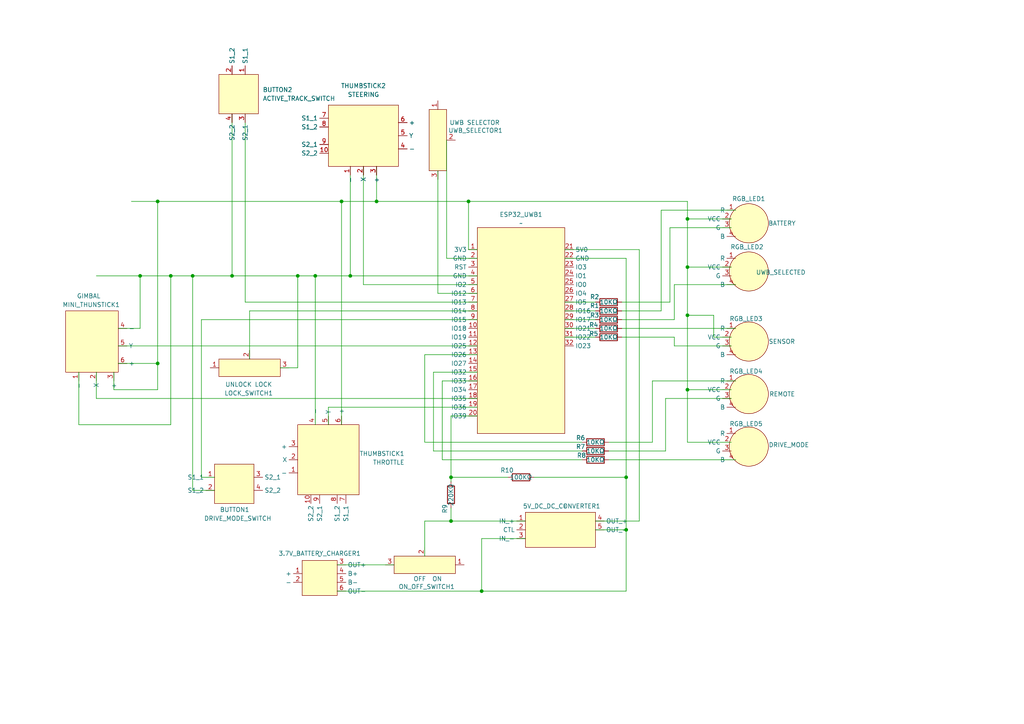
<source format=kicad_sch>
(kicad_sch (version 20250114) (generator "eeschema") (generator_version "9.0")
  (paper "A4")
  (title_block (title "Autocam Remote") (date "2025-03-04") (rev "v0.1"))
  (lib_symbols
    (symbol "Autocam:3_PIN_Switch"
      (property "Reference" "U?" (at -0.254 5.334 0))
      (symbol "3_PIN_Switch_1_1"
        (rectangle (start -8.89 2.54) (end 8.89 -2.54) (fill (type color) (color 255 255 194 1)))
        (pin passive line (at -8.89 0 180) (length 2.54) (name "") (number "1"))
        (pin passive line (at 0 -2.54 270) (length 2.54) (name "") (number "2"))
        (pin passive line (at 8.89 0 0) (length 2.54) (name "") (number "3"))
      )
    )
    (symbol "Autocam:5V_DC_Converter_Rectangle"
      (property "Reference" "U?" (at 0 6.604 0))
      (symbol "5V_DC_Converter_Rectangle_1_1"
        (rectangle (start -10.16 5.08) (end 10.16 -5.08) (fill (type color) (color 255 255 194 1)))
        (pin power_in line (at -10.16 2.54 180) (length 2.54) (name "IN_+") (number "1"))
        (pin input line (at -10.16 0 180) (length 2.54) (name "CTL") (number "2"))
        (pin power_in line (at -10.16 -2.54 180) (length 2.54) (name "IN_-") (number "3"))
        (pin power_out line (at 10.16 2.54 0) (length 2.54) (name "OUT_+") (number "4"))
        (pin power_out line (at 10.16 0 0) (length 2.54) (name "OUT_-") (number "5"))
      )
    )
    (symbol "Autocam:ANODE_RGB_LED_Round"
      (property "Reference" "U?" (at 0 7.62 0))
      (symbol "ANODE_RGB_LED_Round_1_1"
        (circle (center 0 0) (radius 5.6796) (fill (type color) (color 255 255 194 1)))
        (pin power_in line (at -5.08 1.27 180) (length 2.54) (name "VCC") (number "2"))
        (pin passive line (at -5.08 -1.27 180) (length 2.54) (name "G") (number "3"))
        (pin passive line (at -3.81 3.81 180) (length 2.54) (name "R") (number "1"))
        (pin passive line (at -3.81 -3.81 180) (length 2.54) (name "B") (number "4"))
      )
    )
    (symbol "Autocam:Makersfab_ESP32_UWB"
      (property "Reference" "U?" (at -0.508 31.75 0))
      (symbol "Makersfab_ESP32_UWB_1_1"
        (rectangle (start -12.7 29.21) (end 12.7 -30.48) (fill (type color) (color 255 255 194 1)))
        (pin power_out line (at -12.7 22.86 180) (length 2.54) (name "3V3") (number "1"))
        (pin power_in line (at -12.7 20.32 180) (length 2.54) (name "GND") (number "2"))
        (pin input line (at -12.7 17.78 180) (length 2.54) (name "RST") (number "3"))
        (pin power_in line (at -12.7 15.24 180) (length 2.54) (name "GND") (number "4"))
        (pin bidirectional line (at -12.7 12.7 180) (length 2.54) (name "IO2") (number "5"))
        (pin bidirectional line (at -12.7 10.16 180) (length 2.54) (name "IO12") (number "6"))
        (pin bidirectional line (at -12.7 7.62 180) (length 2.54) (name "IO13") (number "7"))
        (pin bidirectional line (at -12.7 5.08 180) (length 2.54) (name "IO14") (number "8"))
        (pin bidirectional line (at -12.7 2.54 180) (length 2.54) (name "IO15") (number "9"))
        (pin bidirectional line (at -12.7 0 180) (length 2.54) (name "IO18") (number "10"))
        (pin bidirectional line (at -12.7 -2.54 180) (length 2.54) (name "IO19") (number "11"))
        (pin bidirectional line (at -12.7 -5.08 180) (length 2.54) (name "IO25") (number "12"))
        (pin bidirectional line (at -12.7 -7.62 180) (length 2.54) (name "IO26") (number "13"))
        (pin bidirectional line (at -12.7 -10.16 180) (length 2.54) (name "IO27") (number "14"))
        (pin bidirectional line (at -12.7 -12.7 180) (length 2.54) (name "IO32") (number "15"))
        (pin bidirectional line (at -12.7 -15.24 180) (length 2.54) (name "IO33") (number "16"))
        (pin bidirectional line (at -12.7 -17.78 180) (length 2.54) (name "IO34") (number "17"))
        (pin bidirectional line (at -12.7 -20.32 180) (length 2.54) (name "IO35") (number "18"))
        (pin bidirectional line (at -12.7 -22.86 180) (length 2.54) (name "IO36") (number "19"))
        (pin bidirectional line (at -12.7 -25.4 180) (length 2.54) (name "IO39") (number "20"))
        (pin power_in line (at 12.7 22.86 0) (length 2.54) (name "5V0") (number "21"))
        (pin power_in line (at 12.7 20.32 0) (length 2.54) (name "GND") (number "22"))
        (pin bidirectional line (at 12.7 17.78 0) (length 2.54) (name "IO3") (number "23"))
        (pin bidirectional line (at 12.7 15.24 0) (length 2.54) (name "IO1") (number "24"))
        (pin bidirectional line (at 12.7 12.7 0) (length 2.54) (name "IO0") (number "25"))
        (pin bidirectional line (at 12.7 10.16 0) (length 2.54) (name "IO4") (number "26"))
        (pin bidirectional line (at 12.7 7.62 0) (length 2.54) (name "IO5") (number "27"))
        (pin bidirectional line (at 12.7 5.08 0) (length 2.54) (name "IO16") (number "28"))
        (pin bidirectional line (at 12.7 2.54 0) (length 2.54) (name "IO17") (number "29"))
        (pin bidirectional line (at 12.7 0 0) (length 2.54) (name "IO21") (number "30"))
        (pin bidirectional line (at 12.7 -2.54 0) (length 2.54) (name "IO22") (number "31"))
        (pin bidirectional line (at 12.7 -5.08 0) (length 2.54) (name "IO23") (number "32"))
      )
    )
    (symbol "Autocam:Mini_2_Axis_Analog_Thumbstick"
      (property "Reference" "U?" (at -0.762 9.398 0))
      (symbol "Mini_2_Axis_Analog_Thumbstick_1_1"
        (rectangle (start -10.16 7.62) (end 7.62 -7.62) (fill (type color) (color 255 255 194 1)))
        (pin power_in line (at -5.08 -7.62 270) (length 2.54) (name "-") (number "4"))
        (pin output line (at 0 -7.62 270) (length 2.54) (name "Y") (number "5"))
        (pin power_in line (at 5.08 -7.62 270) (length 2.54) (name "+") (number "6"))
        (pin power_in line (at 7.62 3.81 0) (length 2.54) (name "-") (number "1"))
        (pin power_in line (at 7.62 -1.27 0) (length 2.54) (name "X") (number "2"))
        (pin power_in line (at 7.62 -6.35 0) (length 2.54) (name "+") (number "3"))
      )
    )
    (symbol "Autocam:Simple Resistor" (pin_numbers (hide yes)) (pin_names (offset 0))
      (property "Reference" "R" (at 2.032 0 90))
      (property "Value" "Simple Resistor" (at 0 0 90))
      (symbol "Simple Resistor_0_1"
        (rectangle (start -1.016 -2.54) (end 1.016 2.54) (stroke (width 0.254)))
      )
      (symbol "Simple Resistor_1_1"
        (pin passive line (at 0 3.81 270) (length 1.27) (name "~") (number "1"))
        (pin passive line (at 0 -3.81 90) (length 1.27) (name "~") (number "2"))
      )
    )
    (symbol "Autocam:Tactile_Switch_Button_Square"
      (property "Reference" "U" (at -0.762 7.62 0))
      (symbol "Tactile_Switch_Button_Square_1_1"
        (rectangle (start -6.35 6.35) (end 5.08 -5.08) (fill (type color) (color 255 255 194 1)))
        (pin passive line (at -6.35 2.54 180) (length 2.54) (name "S1_1") (number "1"))
        (pin passive line (at -6.35 -1.27 180) (length 2.54) (name "S1_2") (number "2"))
        (pin passive line (at 5.08 2.54 0) (length 2.54) (name "S2_1") (number "3"))
        (pin passive line (at 5.08 -1.27 0) (length 2.54) (name "S2_2") (number "4"))
      )
    )
    (symbol "Autocam:USB-C_3.7V_Lithium_Battery_Charger"
      (property "Reference" "U" (at 0 7.366 0))
      (symbol "USB-C_3.7V_Lithium_Battery_Charger_1_1"
        (rectangle (start -5.08 5.08) (end 5.08 -5.08) (fill (type color) (color 255 255 194 1)))
        (pin input line (at -5.08 1.27 180) (length 2.54) (name "+") (number "1"))
        (pin input line (at -5.08 -1.27 180) (length 2.54) (name "-") (number "2"))
        (pin output line (at 5.08 3.81 0) (length 2.54) (name "OUT+") (number "3"))
        (pin input line (at 5.08 1.27 0) (length 2.54) (name "B+") (number "4"))
        (pin input line (at 5.08 -1.27 0) (length 2.54) (name "B-") (number "5"))
        (pin output line (at 5.08 -3.81 0) (length 2.54) (name "OUT-") (number "6"))
      )
    )
    (symbol "Autocam:X-Box_Style_Thumbstick"
      (property "Reference" "U?" (at 0 11.43 0))
      (symbol "X-Box_Style_Thumbstick_1_1"
        (rectangle (start -10.16 8.89) (end 10.16 -8.89) (fill (type color) (color 255 255 194 1)))
        (pin passive line (at -10.16 5.08 180) (length 2.54) (name "S1_1") (number "7"))
        (pin passive line (at -10.16 2.54 180) (length 2.54) (name "S1_2") (number "8"))
        (pin passive line (at -10.16 -2.54 180) (length 2.54) (name "S2_1") (number "9"))
        (pin passive line (at -10.16 -5.08 180) (length 2.54) (name "S2_2") (number "10"))
        (pin power_in line (at -3.81 -8.89 270) (length 2.54) (name "-") (number "1"))
        (pin output line (at 0 -8.89 270) (length 2.54) (name "X") (number "2"))
        (pin power_in line (at 3.81 -8.89 270) (length 2.54) (name "+") (number "3"))
        (pin power_in line (at 10.16 3.81 0) (length 2.54) (name "+") (number "6"))
        (pin power_in line (at 10.16 0 0) (length 2.54) (name "Y") (number "5"))
        (pin power_in line (at 10.16 -3.81 0) (length 2.54) (name "-") (number "4"))
      )
    )
  )
  (junction (at 199.39 77.47))
  (junction (at 130.81 151.13))
  (junction (at 49.53 80.01))
  (junction (at 86.36 80.01))
  (junction (at 67.31 80.01))
  (junction (at 130.81 138.43))
  (junction (at 101.6 80.01))
  (junction (at 199.39 113.03))
  (junction (at 181.61 138.43))
  (junction (at 199.39 63.5))
  (junction (at 40.64 80.01))
  (junction (at 139.7 171.45))
  (junction (at 99.06 58.42))
  (junction (at 109.22 58.42))
  (junction (at 199.39 91.44))
  (junction (at 135.89 58.42))
  (junction (at 181.61 153.67))
  (junction (at 91.44 80.01))
  (junction (at 45.72 58.42))
  (junction (at 45.72 105.41))
  (junction (at 55.88 80.01))
  (wire (pts (xy 138.43 118.11) (xy 95.25 118.11)))
  (wire (pts (xy 62.23 138.43) (xy 58.42 138.43)))
  (wire (pts (xy 180.34 90.17) (xy 191.77 90.17)))
  (wire (pts (xy 71.12 33.02) (xy 71.12 87.63)))
  (wire (pts (xy 27.94 115.57) (xy 27.94 107.95)))
  (wire (pts (xy 199.39 113.03) (xy 199.39 128.27)))
  (wire (pts (xy 123.19 102.87) (xy 138.43 102.87)))
  (wire (pts (xy 97.79 171.45) (xy 139.7 171.45)))
  (wire (pts (xy 58.42 138.43) (xy 58.42 92.71)))
  (wire (pts (xy 212.09 97.79) (xy 207.01 97.79)))
  (wire (pts (xy 207.01 91.44) (xy 199.39 91.44)))
  (wire (pts (xy 99.06 58.42) (xy 109.22 58.42)))
  (wire (pts (xy 130.81 151.13) (xy 152.4 151.13)))
  (wire (pts (xy 55.88 80.01) (xy 67.31 80.01)))
  (wire (pts (xy 168.91 133.35) (xy 128.27 133.35)))
  (wire (pts (xy 163.83 95.25) (xy 172.72 95.25)))
  (wire (pts (xy 105.41 48.26) (xy 105.41 82.55)))
  (wire (pts (xy 49.53 123.19) (xy 49.53 80.01)))
  (wire (pts (xy 199.39 63.5) (xy 212.09 63.5)))
  (wire (pts (xy 34.29 105.41) (xy 45.72 105.41)))
  (wire (pts (xy 172.72 92.71) (xy 163.83 92.71)))
  (wire (pts (xy 172.72 153.67) (xy 181.61 153.67)))
  (wire (pts (xy 33.02 113.03) (xy 33.02 107.95)))
  (wire (pts (xy 138.43 107.95) (xy 125.73 107.95)))
  (wire (pts (xy 180.34 95.25) (xy 213.36 95.25)))
  (wire (pts (xy 22.86 123.19) (xy 49.53 123.19)))
  (wire (pts (xy 125.73 130.81) (xy 168.91 130.81)))
  (wire (pts (xy 176.53 133.35) (xy 213.36 133.35)))
  (wire (pts (xy 123.19 128.27) (xy 123.19 102.87)))
  (wire (pts (xy 22.86 107.95) (xy 22.86 123.19)))
  (wire (pts (xy 67.31 80.01) (xy 86.36 80.01)))
  (wire (pts (xy 45.72 105.41) (xy 45.72 113.03)))
  (wire (pts (xy 86.36 106.68) (xy 86.36 80.01)))
  (wire (pts (xy 123.19 161.29) (xy 123.19 151.13)))
  (wire (pts (xy 189.23 128.27) (xy 176.53 128.27)))
  (wire (pts (xy 99.06 58.42) (xy 99.06 123.19)))
  (wire (pts (xy 199.39 63.5) (xy 199.39 77.47)))
  (wire (pts (xy 191.77 60.96) (xy 191.77 90.17)))
  (wire (pts (xy 199.39 91.44) (xy 199.39 113.03)))
  (wire (pts (xy 199.39 77.47) (xy 212.09 77.47)))
  (wire (pts (xy 58.42 92.71) (xy 138.43 92.71)))
  (wire (pts (xy 199.39 113.03) (xy 212.09 113.03)))
  (wire (pts (xy 91.44 80.01) (xy 101.6 80.01)))
  (wire (pts (xy 212.09 66.04) (xy 194.31 66.04)))
  (wire (pts (xy 129.54 74.93) (xy 138.43 74.93)))
  (wire (pts (xy 139.7 156.21) (xy 152.4 156.21)))
  (wire (pts (xy 38.1 58.42) (xy 45.72 58.42)))
  (wire (pts (xy 172.72 151.13) (xy 185.42 151.13)))
  (wire (pts (xy 135.89 72.39) (xy 138.43 72.39)))
  (wire (pts (xy 135.89 58.42) (xy 135.89 72.39)))
  (wire (pts (xy 139.7 171.45) (xy 139.7 156.21)))
  (wire (pts (xy 185.42 151.13) (xy 185.42 72.39)))
  (wire (pts (xy 212.09 128.27) (xy 199.39 128.27)))
  (wire (pts (xy 109.22 58.42) (xy 135.89 58.42)))
  (wire (pts (xy 172.72 97.79) (xy 163.83 97.79)))
  (wire (pts (xy 130.81 120.65) (xy 138.43 120.65)))
  (wire (pts (xy 129.54 40.64) (xy 129.54 74.93)))
  (wire (pts (xy 128.27 133.35) (xy 128.27 110.49)))
  (wire (pts (xy 181.61 153.67) (xy 181.61 171.45)))
  (wire (pts (xy 34.29 100.33) (xy 138.43 100.33)))
  (wire (pts (xy 193.04 130.81) (xy 193.04 115.57)))
  (wire (pts (xy 130.81 147.32) (xy 130.81 151.13)))
  (wire (pts (xy 138.43 87.63) (xy 71.12 87.63)))
  (wire (pts (xy 55.88 142.24) (xy 55.88 80.01)))
  (wire (pts (xy 72.39 104.14) (xy 72.39 90.17)))
  (wire (pts (xy 33.02 113.03) (xy 45.72 113.03)))
  (wire (pts (xy 193.04 115.57) (xy 212.09 115.57)))
  (wire (pts (xy 95.25 118.11) (xy 95.25 123.19)))
  (wire (pts (xy 185.42 72.39) (xy 163.83 72.39)))
  (wire (pts (xy 101.6 48.26) (xy 101.6 80.01)))
  (wire (pts (xy 130.81 138.43) (xy 130.81 139.7)))
  (wire (pts (xy 181.61 74.93) (xy 181.61 138.43)))
  (wire (pts (xy 139.7 171.45) (xy 181.61 171.45)))
  (wire (pts (xy 207.01 97.79) (xy 207.01 91.44)))
  (wire (pts (xy 86.36 80.01) (xy 91.44 80.01)))
  (wire (pts (xy 127 85.09) (xy 138.43 85.09)))
  (wire (pts (xy 195.58 82.55) (xy 195.58 92.71)))
  (wire (pts (xy 199.39 58.42) (xy 199.39 63.5)))
  (wire (pts (xy 91.44 80.01) (xy 91.44 123.19)))
  (wire (pts (xy 213.36 82.55) (xy 195.58 82.55)))
  (wire (pts (xy 128.27 110.49) (xy 138.43 110.49)))
  (wire (pts (xy 72.39 90.17) (xy 138.43 90.17)))
  (wire (pts (xy 101.6 80.01) (xy 138.43 80.01)))
  (wire (pts (xy 189.23 110.49) (xy 213.36 110.49)))
  (wire (pts (xy 195.58 97.79) (xy 180.34 97.79)))
  (wire (pts (xy 163.83 90.17) (xy 172.72 90.17)))
  (wire (pts (xy 40.64 95.25) (xy 40.64 80.01)))
  (wire (pts (xy 181.61 74.93) (xy 163.83 74.93)))
  (wire (pts (xy 62.23 142.24) (xy 55.88 142.24)))
  (wire (pts (xy 189.23 110.49) (xy 189.23 128.27)))
  (wire (pts (xy 45.72 58.42) (xy 45.72 105.41)))
  (wire (pts (xy 97.79 163.83) (xy 114.3 163.83)))
  (wire (pts (xy 180.34 87.63) (xy 194.31 87.63)))
  (wire (pts (xy 163.83 87.63) (xy 172.72 87.63)))
  (wire (pts (xy 34.29 95.25) (xy 40.64 95.25)))
  (wire (pts (xy 45.72 58.42) (xy 99.06 58.42)))
  (wire (pts (xy 213.36 60.96) (xy 191.77 60.96)))
  (wire (pts (xy 27.94 80.01) (xy 40.64 80.01)))
  (wire (pts (xy 109.22 48.26) (xy 109.22 58.42)))
  (wire (pts (xy 195.58 100.33) (xy 195.58 97.79)))
  (wire (pts (xy 176.53 130.81) (xy 193.04 130.81)))
  (wire (pts (xy 127 49.53) (xy 127 85.09)))
  (wire (pts (xy 67.31 33.02) (xy 67.31 80.01)))
  (wire (pts (xy 130.81 138.43) (xy 147.32 138.43)))
  (wire (pts (xy 194.31 66.04) (xy 194.31 87.63)))
  (wire (pts (xy 195.58 92.71) (xy 180.34 92.71)))
  (wire (pts (xy 154.94 138.43) (xy 181.61 138.43)))
  (wire (pts (xy 181.61 138.43) (xy 181.61 153.67)))
  (wire (pts (xy 81.28 106.68) (xy 86.36 106.68)))
  (wire (pts (xy 125.73 107.95) (xy 125.73 130.81)))
  (wire (pts (xy 135.89 58.42) (xy 199.39 58.42)))
  (wire (pts (xy 199.39 77.47) (xy 199.39 91.44)))
  (wire (pts (xy 123.19 151.13) (xy 130.81 151.13)))
  (wire (pts (xy 105.41 82.55) (xy 138.43 82.55)))
  (wire (pts (xy 40.64 80.01) (xy 49.53 80.01)))
  (wire (pts (xy 49.53 80.01) (xy 55.88 80.01)))
  (wire (pts (xy 168.91 128.27) (xy 123.19 128.27)))
  (wire (pts (xy 130.81 120.65) (xy 130.81 138.43)))
  (wire (pts (xy 138.43 115.57) (xy 27.94 115.57)))
  (wire (pts (xy 212.09 100.33) (xy 195.58 100.33)))
  (symbol (lib_id "Autocam:X-Box_Style_Thumbstick") (at 105.41 39.37 0) (unit 1)
    (property "Reference" "THUMBSTICK2" (at 105.41 24.892 0))
    (property "Value" "STEERING" (at 105.41 27.432 0))
    (property "Footprint" "Autocam:X-Box Style Thumbstick" (effects (hide yes)))
  )
  (symbol (lib_id "Autocam:ANODE_RGB_LED_Round") (at 217.17 99.06 0) (unit 1)
    (property "Reference" "RGB_LED3" (at 221.234 92.456 0) (effects (justify right)))
    (property "Value" "SENSOR" (at 230.632 99.06 0) (effects (justify right)))
    (property "Footprint" "Autocam:Anode RGB LED (Round)" (effects (hide yes)))
  )
  (symbol (lib_id "Autocam:USB-C_3.7V_Lithium_Battery_Charger") (at 92.71 167.64 0) (unit 1)
    (property "Reference" "3.7V_BATTERY_CHARGER1" (at 92.71 160.528 0))
    (property "Value" "~" (at 92.71 161.29 0))
    (property "Footprint" "Autocam:USB-C 3.7V Lithium Battery Charger" (effects (hide yes)))
  )
  (symbol (lib_id "Autocam:3_PIN_Switch") (at 123.19 163.83 180) (unit 1)
    (property "Reference" "ON_OFF_SWITCH1" (at 115.57 170.18 0) (effects (justify right)))
    (property "Value" "OFF  ON" (at 119.888 167.894 0) (effects (justify right)))
    (property "Footprint" "Autocam:3-PIN Switch" (effects (hide yes)))
  )
  (symbol (lib_id "Autocam:Simple Resistor") (at 176.53 92.71 90) (unit 1)
    (property "Reference" "R3" (at 172.466 91.44 90))
    (property "Value" "10KΩ" (at 176.53 92.71 90))
    (property "Footprint" "Autocam:Simple Resistor" (effects (hide yes)))
    (property "Description" "Resistor" (effects (hide yes)))
  )
  (symbol (lib_id "Autocam:Simple Resistor") (at 176.53 87.63 90) (mirror x) (unit 1)
    (property "Reference" "R2" (at 172.466 86.106 90))
    (property "Value" "10KΩ" (at 176.53 87.63 90))
    (property "Footprint" "Autocam:Simple Resistor" (effects (hide yes)))
    (property "Description" "Resistor" (effects (hide yes)))
  )
  (symbol (lib_id "Autocam:Simple Resistor") (at 151.13 138.43 90) (unit 1)
    (property "Reference" "R10" (at 147.066 136.398 90))
    (property "Value" "100KΩ" (at 151.13 138.43 90))
    (property "Footprint" "Autocam:Simple Resistor" (effects (hide yes)))
    (property "Description" "Resistor" (effects (hide yes)))
  )
  (symbol (lib_id "Autocam:5V_DC_Converter_Rectangle") (at 162.56 153.67 0) (unit 1)
    (property "Reference" "5V_DC_DC_CONVERTER1" (at 151.638 146.812 0) (effects (justify left)))
    (property "Value" "~" (at 163.83 147.32 90) (effects (justify left)))
    (property "Footprint" "Autocam:5V DC-DC Step Up Converter (Rectangle)" (effects (hide yes)))
  )
  (symbol (lib_id "Autocam:ANODE_RGB_LED_Round") (at 217.17 64.77 0) (unit 1)
    (property "Reference" "RGB_LED1" (at 221.996 57.658 0) (effects (justify right)))
    (property "Value" "BATTERY" (at 226.822 64.77 0))
    (property "Footprint" "Autocam:Anode RGB LED (Round)" (effects (hide yes)))
  )
  (symbol (lib_id "Autocam:Simple Resistor") (at 172.72 133.35 90) (unit 1)
    (property "Reference" "R8" (at 168.656 132.08 90))
    (property "Value" "10KΩ" (at 172.72 133.35 90))
    (property "Footprint" "Autocam:Simple Resistor" (effects (hide yes)))
    (property "Description" "Resistor" (effects (hide yes)))
  )
  (symbol (lib_id "Autocam:Tactile_Switch_Button_Square") (at 68.58 140.97 0) (unit 1)
    (property "Reference" "BUTTON1" (at 63.754 147.828 0) (effects (justify left)))
    (property "Value" "DRIVE_MODE_SWITCH" (at 59.182 150.368 0) (effects (justify left)))
    (property "Footprint" "Autocam:Tactile Switch Button (Square)" (effects (hide yes)))
  )
  (symbol (lib_id "Autocam:Makersfab_ESP32_UWB") (at 151.13 95.25 0) (unit 1)
    (property "Reference" "ESP32_UWB1" (at 151.13 62.23 0))
    (property "Value" "~" (at 151.13 64.77 0))
    (property "Footprint" "Autocam:Makersfab ESP32 UWB" (effects (hide yes)))
  )
  (symbol (lib_id "Autocam:ANODE_RGB_LED_Round") (at 217.17 129.54 0) (unit 1)
    (property "Reference" "RGB_LED5" (at 221.234 122.936 0) (effects (justify right)))
    (property "Value" "DRIVE_MODE" (at 234.696 129.032 0) (effects (justify right)))
    (property "Footprint" "Autocam:Anode RGB LED (Round)" (effects (hide yes)))
  )
  (symbol (lib_id "Autocam:Simple Resistor") (at 176.53 97.79 90) (unit 1)
    (property "Reference" "R5" (at 172.212 96.774 90))
    (property "Value" "10KΩ" (at 176.53 97.79 90))
    (property "Footprint" "Autocam:Simple Resistor" (effects (hide yes)))
    (property "Description" "Resistor" (effects (hide yes)))
  )
  (symbol (lib_id "Autocam:3_PIN_Switch") (at 72.39 106.68 0) (mirror x) (unit 1)
    (property "Reference" "LOCK_SWITCH1" (at 72.136 114.046 0))
    (property "Value" "UNLOCK LOCK" (at 72.136 111.506 0))
    (property "Footprint" "Autocam:3-PIN Switch" (effects (hide yes)))
  )
  (symbol (lib_id "Autocam:Mini_2_Axis_Analog_Thumbstick") (at 26.67 100.33 90) (mirror x) (unit 1)
    (property "Reference" "MINI_THUNSTICK1" (at 34.798 88.392 90) (effects (justify left)))
    (property "Value" "GIMBAL" (at 29.21 85.852 90) (effects (justify left)))
    (property "Footprint" "Autocam:Mini 2-Axis Analog Thumbstick" (effects (hide yes)))
  )
  (symbol (lib_id "Autocam:Simple Resistor") (at 176.53 95.25 90) (unit 1)
    (property "Reference" "R4" (at 172.212 94.234 90))
    (property "Value" "10KΩ" (at 176.53 95.25 90))
    (property "Footprint" "Autocam:Simple Resistor" (effects (hide yes)))
    (property "Description" "Resistor" (effects (hide yes)))
  )
  (symbol (lib_id "Autocam:X-Box_Style_Thumbstick") (at 95.25 133.35 270) (mirror x) (unit 1)
    (property "Reference" "THUMBSTICK1" (at 117.348 131.572 90) (effects (justify right)))
    (property "Value" "THROTTLE" (at 117.348 134.112 90) (effects (justify right)))
    (property "Footprint" "Autocam:X-Box Style Thumbstick" (effects (hide yes)))
  )
  (symbol (lib_id "Autocam:Tactile_Switch_Button_Square") (at 68.58 27.94 270) (unit 1)
    (property "Reference" "BUTTON2" (at 76.2 26.0349 90) (effects (justify left)))
    (property "Value" "ACTIVE_TRACK_SWITCH" (at 76.2 28.5749 90) (effects (justify left)))
    (property "Footprint" "Autocam:Tactile Switch Button (Square)" (effects (hide yes)))
  )
  (symbol (lib_id "Autocam:ANODE_RGB_LED_Round") (at 217.17 78.74 0) (unit 1)
    (property "Reference" "RGB_LED2" (at 221.488 71.628 0) (effects (justify right)))
    (property "Value" "UWB_SELECTED" (at 233.68 78.994 0) (effects (justify right)))
    (property "Footprint" "Autocam:Anode RGB LED (Round)" (effects (hide yes)))
  )
  (symbol (lib_id "Autocam:ANODE_RGB_LED_Round") (at 217.17 114.3 0) (unit 1)
    (property "Reference" "RGB_LED4" (at 221.234 107.696 0) (effects (justify right)))
    (property "Value" "REMOTE" (at 230.632 114.3 0) (effects (justify right)))
    (property "Footprint" "Autocam:Anode RGB LED (Round)" (effects (hide yes)))
  )
  (symbol (lib_id "Autocam:Simple Resistor") (at 176.53 90.17 90) (mirror x) (unit 1)
    (property "Reference" "R1" (at 172.466 88.646 90))
    (property "Value" "10KΩ" (at 176.53 90.17 90))
    (property "Footprint" "Autocam:Simple Resistor" (effects (hide yes)))
    (property "Description" "Resistor" (effects (hide yes)))
  )
  (symbol (lib_id "Autocam:Simple Resistor") (at 172.72 128.27 90) (unit 1)
    (property "Reference" "R6" (at 168.402 127 90))
    (property "Value" "10KΩ" (at 172.72 128.27 90))
    (property "Footprint" "Autocam:Simple Resistor" (effects (hide yes)))
    (property "Description" "Resistor" (effects (hide yes)))
  )
  (symbol (lib_id "Autocam:3_PIN_Switch") (at 127 40.64 90) (mirror x) (unit 1)
    (property "Reference" "UWB_SELECTOR1" (at 137.922 37.846 90))
    (property "Value" "UWB SELECTOR" (at 137.668 35.56 90))
    (property "Footprint" "Autocam:3-PIN Switch" (effects (hide yes)))
  )
  (symbol (lib_id "Autocam:Simple Resistor") (at 130.81 143.51 0) (mirror y) (unit 1)
    (property "Reference" "R9" (at 129.032 147.574 90))
    (property "Value" "220KΩ" (at 130.81 143.51 90))
    (property "Footprint" "Autocam:Simple Resistor" (effects (hide yes)))
    (property "Description" "Resistor" (effects (hide yes)))
  )
  (symbol (lib_id "Autocam:Simple Resistor") (at 172.72 130.81 90) (unit 1)
    (property "Reference" "R7" (at 168.402 129.54 90))
    (property "Value" "10KΩ" (at 172.72 130.81 90))
    (property "Footprint" "Autocam:Simple Resistor" (effects (hide yes)))
    (property "Description" "Resistor" (effects (hide yes)))
  )
)
</source>
